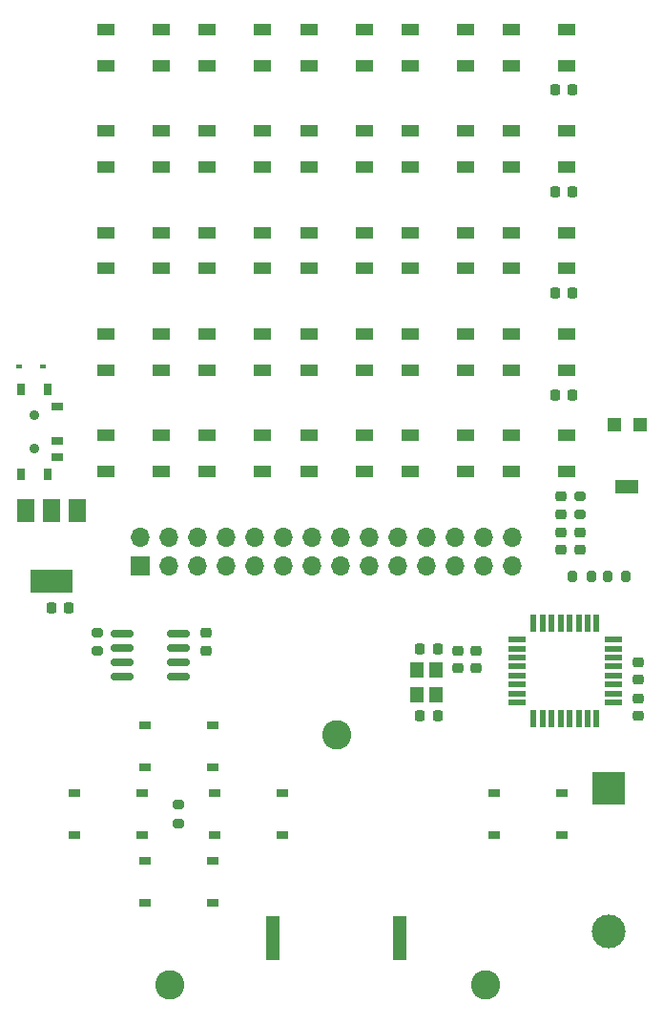
<source format=gts>
%TF.GenerationSoftware,KiCad,Pcbnew,(6.0.5-0)*%
%TF.CreationDate,2022-11-17T16:29:29+01:00*%
%TF.ProjectId,25pix,32357069-782e-46b6-9963-61645f706362,v0.1*%
%TF.SameCoordinates,Original*%
%TF.FileFunction,Soldermask,Top*%
%TF.FilePolarity,Negative*%
%FSLAX46Y46*%
G04 Gerber Fmt 4.6, Leading zero omitted, Abs format (unit mm)*
G04 Created by KiCad (PCBNEW (6.0.5-0)) date 2022-11-17 16:29:29*
%MOMM*%
%LPD*%
G01*
G04 APERTURE LIST*
G04 Aperture macros list*
%AMRoundRect*
0 Rectangle with rounded corners*
0 $1 Rounding radius*
0 $2 $3 $4 $5 $6 $7 $8 $9 X,Y pos of 4 corners*
0 Add a 4 corners polygon primitive as box body*
4,1,4,$2,$3,$4,$5,$6,$7,$8,$9,$2,$3,0*
0 Add four circle primitives for the rounded corners*
1,1,$1+$1,$2,$3*
1,1,$1+$1,$4,$5*
1,1,$1+$1,$6,$7*
1,1,$1+$1,$8,$9*
0 Add four rect primitives between the rounded corners*
20,1,$1+$1,$2,$3,$4,$5,0*
20,1,$1+$1,$4,$5,$6,$7,0*
20,1,$1+$1,$6,$7,$8,$9,0*
20,1,$1+$1,$8,$9,$2,$3,0*%
G04 Aperture macros list end*
%ADD10R,1.000000X0.750000*%
%ADD11RoundRect,0.225000X-0.250000X0.225000X-0.250000X-0.225000X0.250000X-0.225000X0.250000X0.225000X0*%
%ADD12RoundRect,0.225000X0.225000X0.250000X-0.225000X0.250000X-0.225000X-0.250000X0.225000X-0.250000X0*%
%ADD13R,1.500000X1.000000*%
%ADD14RoundRect,0.225000X0.250000X-0.225000X0.250000X0.225000X-0.250000X0.225000X-0.250000X-0.225000X0*%
%ADD15RoundRect,0.225000X-0.225000X-0.250000X0.225000X-0.250000X0.225000X0.250000X-0.225000X0.250000X0*%
%ADD16RoundRect,0.200000X-0.275000X0.200000X-0.275000X-0.200000X0.275000X-0.200000X0.275000X0.200000X0*%
%ADD17R,0.600000X0.450000*%
%ADD18RoundRect,0.200000X-0.200000X-0.275000X0.200000X-0.275000X0.200000X0.275000X-0.200000X0.275000X0*%
%ADD19R,1.200000X1.400000*%
%ADD20R,1.700000X1.700000*%
%ADD21O,1.700000X1.700000*%
%ADD22RoundRect,0.200000X0.200000X0.275000X-0.200000X0.275000X-0.200000X-0.275000X0.200000X-0.275000X0*%
%ADD23RoundRect,0.200000X0.275000X-0.200000X0.275000X0.200000X-0.275000X0.200000X-0.275000X-0.200000X0*%
%ADD24R,1.600000X0.550000*%
%ADD25R,0.550000X1.600000*%
%ADD26R,1.500000X2.000000*%
%ADD27R,3.800000X2.000000*%
%ADD28R,1.200000X4.000000*%
%ADD29C,0.900000*%
%ADD30R,1.100000X0.700000*%
%ADD31R,0.800000X1.000000*%
%ADD32RoundRect,0.150000X-0.825000X-0.150000X0.825000X-0.150000X0.825000X0.150000X-0.825000X0.150000X0*%
%ADD33R,1.300000X1.300000*%
%ADD34R,2.000000X1.300000*%
%ADD35C,2.600000*%
%ADD36R,3.000000X3.000000*%
%ADD37C,3.000000*%
G04 APERTURE END LIST*
D10*
X53000000Y-103125000D03*
X59000000Y-103125000D03*
X53000000Y-106875000D03*
X59000000Y-106875000D03*
D11*
X96800000Y-88725000D03*
X96800000Y-90275000D03*
D12*
X78975000Y-90300000D03*
X77425000Y-90300000D03*
D13*
X58550000Y-29400000D03*
X58550000Y-32600000D03*
X63450000Y-32600000D03*
X63450000Y-29400000D03*
X49550000Y-56400000D03*
X49550000Y-59600000D03*
X54450000Y-59600000D03*
X54450000Y-56400000D03*
X58550000Y-65400000D03*
X58550000Y-68600000D03*
X63450000Y-68600000D03*
X63450000Y-65400000D03*
X67550000Y-56400000D03*
X67550000Y-59600000D03*
X72450000Y-59600000D03*
X72450000Y-56400000D03*
D12*
X90975000Y-43800000D03*
X89425000Y-43800000D03*
D14*
X96800000Y-87075000D03*
X96800000Y-85525000D03*
D13*
X76550000Y-47400000D03*
X76550000Y-50600000D03*
X81450000Y-50600000D03*
X81450000Y-47400000D03*
X67550000Y-47400000D03*
X67550000Y-50600000D03*
X72450000Y-50600000D03*
X72450000Y-47400000D03*
X76550000Y-38400000D03*
X76550000Y-41600000D03*
X81450000Y-41600000D03*
X81450000Y-38400000D03*
X85550000Y-47400000D03*
X85550000Y-50600000D03*
X90450000Y-50600000D03*
X90450000Y-47400000D03*
D15*
X77425000Y-84300000D03*
X78975000Y-84300000D03*
D16*
X56000000Y-98175000D03*
X56000000Y-99825000D03*
D11*
X58400000Y-82925000D03*
X58400000Y-84475000D03*
X89900000Y-74025000D03*
X89900000Y-75575000D03*
D12*
X90975000Y-34700000D03*
X89425000Y-34700000D03*
D13*
X49550000Y-29400000D03*
X49550000Y-32600000D03*
X54450000Y-32600000D03*
X54450000Y-29400000D03*
D10*
X53000000Y-91125000D03*
X59000000Y-91125000D03*
X53000000Y-94875000D03*
X59000000Y-94875000D03*
D13*
X58550000Y-38400000D03*
X58550000Y-41600000D03*
X63450000Y-41600000D03*
X63450000Y-38400000D03*
D17*
X43950000Y-59300000D03*
X41850000Y-59300000D03*
D18*
X90975000Y-77900000D03*
X92625000Y-77900000D03*
D13*
X58550000Y-56400000D03*
X58550000Y-59600000D03*
X63450000Y-59600000D03*
X63450000Y-56400000D03*
X49550000Y-38400000D03*
X49550000Y-41600000D03*
X54450000Y-41600000D03*
X54450000Y-38400000D03*
X76550000Y-29400000D03*
X76550000Y-32600000D03*
X81450000Y-32600000D03*
X81450000Y-29400000D03*
D19*
X77150000Y-86200000D03*
X77150000Y-88400000D03*
X78850000Y-88400000D03*
X78850000Y-86200000D03*
D11*
X91600000Y-74025000D03*
X91600000Y-75575000D03*
D10*
X46780000Y-97125000D03*
X52780000Y-97125000D03*
X46780000Y-100875000D03*
X52780000Y-100875000D03*
D15*
X44725000Y-80700000D03*
X46275000Y-80700000D03*
D13*
X67550000Y-29400000D03*
X67550000Y-32600000D03*
X72450000Y-32600000D03*
X72450000Y-29400000D03*
D12*
X90975000Y-61800000D03*
X89425000Y-61800000D03*
D13*
X76550000Y-56400000D03*
X76550000Y-59600000D03*
X81450000Y-59600000D03*
X81450000Y-56400000D03*
X58550000Y-47400000D03*
X58550000Y-50600000D03*
X63450000Y-50600000D03*
X63450000Y-47400000D03*
D11*
X89900000Y-70825000D03*
X89900000Y-72375000D03*
D13*
X67550000Y-38400000D03*
X67550000Y-41600000D03*
X72450000Y-41600000D03*
X72450000Y-38400000D03*
X67550000Y-65400000D03*
X67550000Y-68600000D03*
X72450000Y-68600000D03*
X72450000Y-65400000D03*
D20*
X52600000Y-77000000D03*
D21*
X52600000Y-74460000D03*
X55140000Y-77000000D03*
X55140000Y-74460000D03*
X57680000Y-77000000D03*
X57680000Y-74460000D03*
X60220000Y-77000000D03*
X60220000Y-74460000D03*
X62760000Y-77000000D03*
X62760000Y-74460000D03*
X65300000Y-77000000D03*
X65300000Y-74460000D03*
X67840000Y-77000000D03*
X67840000Y-74460000D03*
X70380000Y-77000000D03*
X70380000Y-74460000D03*
X72920000Y-77000000D03*
X72920000Y-74460000D03*
X75460000Y-77000000D03*
X75460000Y-74460000D03*
X78000000Y-77000000D03*
X78000000Y-74460000D03*
X80540000Y-77000000D03*
X80540000Y-74460000D03*
X83080000Y-77000000D03*
X83080000Y-74460000D03*
X85620000Y-77000000D03*
X85620000Y-74460000D03*
D22*
X95725000Y-77900000D03*
X94075000Y-77900000D03*
D11*
X82400000Y-84525000D03*
X82400000Y-86075000D03*
D23*
X48800000Y-84525000D03*
X48800000Y-82875000D03*
D24*
X86050000Y-83500000D03*
X86050000Y-84300000D03*
X86050000Y-85100000D03*
X86050000Y-85900000D03*
X86050000Y-86700000D03*
X86050000Y-87500000D03*
X86050000Y-88300000D03*
X86050000Y-89100000D03*
D25*
X87500000Y-90550000D03*
X88300000Y-90550000D03*
X89100000Y-90550000D03*
X89900000Y-90550000D03*
X90700000Y-90550000D03*
X91500000Y-90550000D03*
X92300000Y-90550000D03*
X93100000Y-90550000D03*
D24*
X94550000Y-89100000D03*
X94550000Y-88300000D03*
X94550000Y-87500000D03*
X94550000Y-86700000D03*
X94550000Y-85900000D03*
X94550000Y-85100000D03*
X94550000Y-84300000D03*
X94550000Y-83500000D03*
D25*
X93100000Y-82050000D03*
X92300000Y-82050000D03*
X91500000Y-82050000D03*
X90700000Y-82050000D03*
X89900000Y-82050000D03*
X89100000Y-82050000D03*
X88300000Y-82050000D03*
X87500000Y-82050000D03*
D13*
X85550000Y-38400000D03*
X85550000Y-41600000D03*
X90450000Y-41600000D03*
X90450000Y-38400000D03*
X85550000Y-29400000D03*
X85550000Y-32600000D03*
X90450000Y-32600000D03*
X90450000Y-29400000D03*
D10*
X59237500Y-97125000D03*
X65237500Y-97125000D03*
X59237500Y-100875000D03*
X65237500Y-100875000D03*
D13*
X49550000Y-65400000D03*
X49550000Y-68600000D03*
X54450000Y-68600000D03*
X54450000Y-65400000D03*
X85550000Y-65400000D03*
X85550000Y-68600000D03*
X90450000Y-68600000D03*
X90450000Y-65400000D03*
D11*
X80800000Y-84525000D03*
X80800000Y-86075000D03*
D26*
X47000000Y-72050000D03*
X44700000Y-72050000D03*
D27*
X44700000Y-78350000D03*
D26*
X42400000Y-72050000D03*
D28*
X64400000Y-110000000D03*
X75600000Y-110000000D03*
D13*
X76550000Y-65400000D03*
X76550000Y-68600000D03*
X81450000Y-68600000D03*
X81450000Y-65400000D03*
D29*
X43200000Y-66600000D03*
X43200000Y-63600000D03*
D30*
X45250000Y-62850000D03*
X45250000Y-65850000D03*
X45250000Y-67350000D03*
D31*
X44350000Y-61350000D03*
X44350000Y-68850000D03*
X42050000Y-61350000D03*
X42050000Y-68850000D03*
D32*
X51025000Y-82995000D03*
X51025000Y-84265000D03*
X51025000Y-85535000D03*
X51025000Y-86805000D03*
X55975000Y-86805000D03*
X55975000Y-85535000D03*
X55975000Y-84265000D03*
X55975000Y-82995000D03*
D12*
X90975000Y-52800000D03*
X89425000Y-52800000D03*
D10*
X84000000Y-97125000D03*
X90000000Y-97125000D03*
X84000000Y-100875000D03*
X90000000Y-100875000D03*
D13*
X85550000Y-56400000D03*
X85550000Y-59600000D03*
X90450000Y-59600000D03*
X90450000Y-56400000D03*
D33*
X96950000Y-64450000D03*
D34*
X95800000Y-69950000D03*
D33*
X94650000Y-64450000D03*
D13*
X49550000Y-47400000D03*
X49550000Y-50600000D03*
X54450000Y-50600000D03*
X54450000Y-47400000D03*
D23*
X91600000Y-72425000D03*
X91600000Y-70775000D03*
D35*
X55250000Y-114150000D03*
X70000000Y-91950000D03*
X83250000Y-114150000D03*
D36*
X94150000Y-96700000D03*
D37*
X94150000Y-109400000D03*
M02*

</source>
